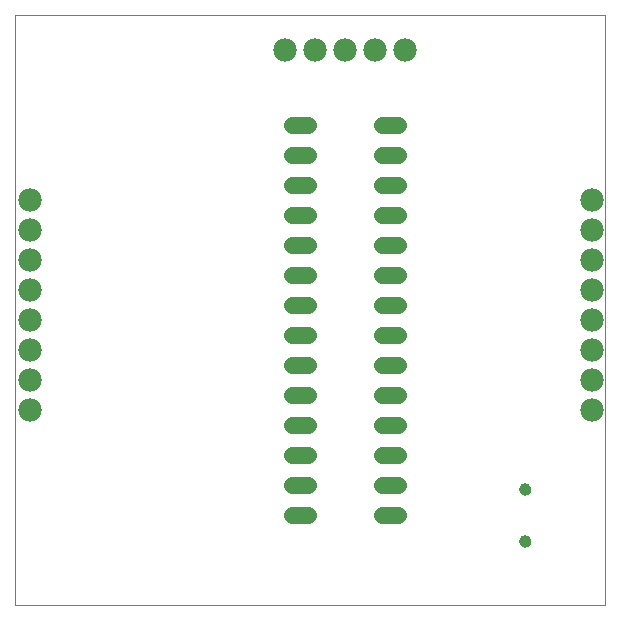
<source format=gbs>
G75*
%MOIN*%
%OFA0B0*%
%FSLAX25Y25*%
%IPPOS*%
%LPD*%
%AMOC8*
5,1,8,0,0,1.08239X$1,22.5*
%
%ADD10C,0.00000*%
%ADD11C,0.03943*%
%ADD12C,0.07800*%
%ADD13C,0.05600*%
D10*
X0003000Y0003001D02*
X0003000Y0199851D01*
X0199850Y0199851D01*
X0199850Y0003001D01*
X0003000Y0003001D01*
X0171228Y0024339D02*
X0171230Y0024423D01*
X0171236Y0024506D01*
X0171246Y0024589D01*
X0171260Y0024672D01*
X0171277Y0024754D01*
X0171299Y0024835D01*
X0171324Y0024914D01*
X0171353Y0024993D01*
X0171386Y0025070D01*
X0171422Y0025145D01*
X0171462Y0025219D01*
X0171505Y0025291D01*
X0171552Y0025360D01*
X0171602Y0025427D01*
X0171655Y0025492D01*
X0171711Y0025554D01*
X0171769Y0025614D01*
X0171831Y0025671D01*
X0171895Y0025724D01*
X0171962Y0025775D01*
X0172031Y0025822D01*
X0172102Y0025867D01*
X0172175Y0025907D01*
X0172250Y0025944D01*
X0172327Y0025978D01*
X0172405Y0026008D01*
X0172484Y0026034D01*
X0172565Y0026057D01*
X0172647Y0026075D01*
X0172729Y0026090D01*
X0172812Y0026101D01*
X0172895Y0026108D01*
X0172979Y0026111D01*
X0173063Y0026110D01*
X0173146Y0026105D01*
X0173230Y0026096D01*
X0173312Y0026083D01*
X0173394Y0026067D01*
X0173475Y0026046D01*
X0173556Y0026022D01*
X0173634Y0025994D01*
X0173712Y0025962D01*
X0173788Y0025926D01*
X0173862Y0025887D01*
X0173934Y0025845D01*
X0174004Y0025799D01*
X0174072Y0025750D01*
X0174137Y0025698D01*
X0174200Y0025643D01*
X0174260Y0025585D01*
X0174318Y0025524D01*
X0174372Y0025460D01*
X0174424Y0025394D01*
X0174472Y0025326D01*
X0174517Y0025255D01*
X0174558Y0025182D01*
X0174597Y0025108D01*
X0174631Y0025032D01*
X0174662Y0024954D01*
X0174689Y0024875D01*
X0174713Y0024794D01*
X0174732Y0024713D01*
X0174748Y0024631D01*
X0174760Y0024548D01*
X0174768Y0024464D01*
X0174772Y0024381D01*
X0174772Y0024297D01*
X0174768Y0024214D01*
X0174760Y0024130D01*
X0174748Y0024047D01*
X0174732Y0023965D01*
X0174713Y0023884D01*
X0174689Y0023803D01*
X0174662Y0023724D01*
X0174631Y0023646D01*
X0174597Y0023570D01*
X0174558Y0023496D01*
X0174517Y0023423D01*
X0174472Y0023352D01*
X0174424Y0023284D01*
X0174372Y0023218D01*
X0174318Y0023154D01*
X0174260Y0023093D01*
X0174200Y0023035D01*
X0174137Y0022980D01*
X0174072Y0022928D01*
X0174004Y0022879D01*
X0173934Y0022833D01*
X0173862Y0022791D01*
X0173788Y0022752D01*
X0173712Y0022716D01*
X0173634Y0022684D01*
X0173556Y0022656D01*
X0173475Y0022632D01*
X0173394Y0022611D01*
X0173312Y0022595D01*
X0173230Y0022582D01*
X0173146Y0022573D01*
X0173063Y0022568D01*
X0172979Y0022567D01*
X0172895Y0022570D01*
X0172812Y0022577D01*
X0172729Y0022588D01*
X0172647Y0022603D01*
X0172565Y0022621D01*
X0172484Y0022644D01*
X0172405Y0022670D01*
X0172327Y0022700D01*
X0172250Y0022734D01*
X0172175Y0022771D01*
X0172102Y0022811D01*
X0172031Y0022856D01*
X0171962Y0022903D01*
X0171895Y0022954D01*
X0171831Y0023007D01*
X0171769Y0023064D01*
X0171711Y0023124D01*
X0171655Y0023186D01*
X0171602Y0023251D01*
X0171552Y0023318D01*
X0171505Y0023387D01*
X0171462Y0023459D01*
X0171422Y0023533D01*
X0171386Y0023608D01*
X0171353Y0023685D01*
X0171324Y0023764D01*
X0171299Y0023843D01*
X0171277Y0023924D01*
X0171260Y0024006D01*
X0171246Y0024089D01*
X0171236Y0024172D01*
X0171230Y0024255D01*
X0171228Y0024339D01*
X0171228Y0041662D02*
X0171230Y0041746D01*
X0171236Y0041829D01*
X0171246Y0041912D01*
X0171260Y0041995D01*
X0171277Y0042077D01*
X0171299Y0042158D01*
X0171324Y0042237D01*
X0171353Y0042316D01*
X0171386Y0042393D01*
X0171422Y0042468D01*
X0171462Y0042542D01*
X0171505Y0042614D01*
X0171552Y0042683D01*
X0171602Y0042750D01*
X0171655Y0042815D01*
X0171711Y0042877D01*
X0171769Y0042937D01*
X0171831Y0042994D01*
X0171895Y0043047D01*
X0171962Y0043098D01*
X0172031Y0043145D01*
X0172102Y0043190D01*
X0172175Y0043230D01*
X0172250Y0043267D01*
X0172327Y0043301D01*
X0172405Y0043331D01*
X0172484Y0043357D01*
X0172565Y0043380D01*
X0172647Y0043398D01*
X0172729Y0043413D01*
X0172812Y0043424D01*
X0172895Y0043431D01*
X0172979Y0043434D01*
X0173063Y0043433D01*
X0173146Y0043428D01*
X0173230Y0043419D01*
X0173312Y0043406D01*
X0173394Y0043390D01*
X0173475Y0043369D01*
X0173556Y0043345D01*
X0173634Y0043317D01*
X0173712Y0043285D01*
X0173788Y0043249D01*
X0173862Y0043210D01*
X0173934Y0043168D01*
X0174004Y0043122D01*
X0174072Y0043073D01*
X0174137Y0043021D01*
X0174200Y0042966D01*
X0174260Y0042908D01*
X0174318Y0042847D01*
X0174372Y0042783D01*
X0174424Y0042717D01*
X0174472Y0042649D01*
X0174517Y0042578D01*
X0174558Y0042505D01*
X0174597Y0042431D01*
X0174631Y0042355D01*
X0174662Y0042277D01*
X0174689Y0042198D01*
X0174713Y0042117D01*
X0174732Y0042036D01*
X0174748Y0041954D01*
X0174760Y0041871D01*
X0174768Y0041787D01*
X0174772Y0041704D01*
X0174772Y0041620D01*
X0174768Y0041537D01*
X0174760Y0041453D01*
X0174748Y0041370D01*
X0174732Y0041288D01*
X0174713Y0041207D01*
X0174689Y0041126D01*
X0174662Y0041047D01*
X0174631Y0040969D01*
X0174597Y0040893D01*
X0174558Y0040819D01*
X0174517Y0040746D01*
X0174472Y0040675D01*
X0174424Y0040607D01*
X0174372Y0040541D01*
X0174318Y0040477D01*
X0174260Y0040416D01*
X0174200Y0040358D01*
X0174137Y0040303D01*
X0174072Y0040251D01*
X0174004Y0040202D01*
X0173934Y0040156D01*
X0173862Y0040114D01*
X0173788Y0040075D01*
X0173712Y0040039D01*
X0173634Y0040007D01*
X0173556Y0039979D01*
X0173475Y0039955D01*
X0173394Y0039934D01*
X0173312Y0039918D01*
X0173230Y0039905D01*
X0173146Y0039896D01*
X0173063Y0039891D01*
X0172979Y0039890D01*
X0172895Y0039893D01*
X0172812Y0039900D01*
X0172729Y0039911D01*
X0172647Y0039926D01*
X0172565Y0039944D01*
X0172484Y0039967D01*
X0172405Y0039993D01*
X0172327Y0040023D01*
X0172250Y0040057D01*
X0172175Y0040094D01*
X0172102Y0040134D01*
X0172031Y0040179D01*
X0171962Y0040226D01*
X0171895Y0040277D01*
X0171831Y0040330D01*
X0171769Y0040387D01*
X0171711Y0040447D01*
X0171655Y0040509D01*
X0171602Y0040574D01*
X0171552Y0040641D01*
X0171505Y0040710D01*
X0171462Y0040782D01*
X0171422Y0040856D01*
X0171386Y0040931D01*
X0171353Y0041008D01*
X0171324Y0041087D01*
X0171299Y0041166D01*
X0171277Y0041247D01*
X0171260Y0041329D01*
X0171246Y0041412D01*
X0171236Y0041495D01*
X0171230Y0041578D01*
X0171228Y0041662D01*
D11*
X0173000Y0041662D03*
X0173000Y0024339D03*
D12*
X0195500Y0068001D03*
X0195500Y0078001D03*
X0195500Y0088001D03*
X0195500Y0098001D03*
X0195500Y0108001D03*
X0195500Y0118001D03*
X0195500Y0128001D03*
X0195500Y0138001D03*
X0133000Y0188001D03*
X0123000Y0188001D03*
X0113000Y0188001D03*
X0103000Y0188001D03*
X0093000Y0188001D03*
X0008000Y0138001D03*
X0008000Y0128001D03*
X0008000Y0118001D03*
X0008000Y0108001D03*
X0008000Y0098001D03*
X0008000Y0088001D03*
X0008000Y0078001D03*
X0008000Y0068001D03*
D13*
X0095400Y0073001D02*
X0100600Y0073001D01*
X0100600Y0083001D02*
X0095400Y0083001D01*
X0095400Y0093001D02*
X0100600Y0093001D01*
X0100600Y0103001D02*
X0095400Y0103001D01*
X0095400Y0113001D02*
X0100600Y0113001D01*
X0100600Y0123001D02*
X0095400Y0123001D01*
X0095400Y0133001D02*
X0100600Y0133001D01*
X0100600Y0143001D02*
X0095400Y0143001D01*
X0095400Y0153001D02*
X0100600Y0153001D01*
X0100600Y0163001D02*
X0095400Y0163001D01*
X0125400Y0163001D02*
X0130600Y0163001D01*
X0130600Y0153001D02*
X0125400Y0153001D01*
X0125400Y0143001D02*
X0130600Y0143001D01*
X0130600Y0133001D02*
X0125400Y0133001D01*
X0125400Y0123001D02*
X0130600Y0123001D01*
X0130600Y0113001D02*
X0125400Y0113001D01*
X0125400Y0103001D02*
X0130600Y0103001D01*
X0130600Y0093001D02*
X0125400Y0093001D01*
X0125400Y0083001D02*
X0130600Y0083001D01*
X0130600Y0073001D02*
X0125400Y0073001D01*
X0125400Y0063001D02*
X0130600Y0063001D01*
X0130600Y0053001D02*
X0125400Y0053001D01*
X0125400Y0043001D02*
X0130600Y0043001D01*
X0130600Y0033001D02*
X0125400Y0033001D01*
X0100600Y0033001D02*
X0095400Y0033001D01*
X0095400Y0043001D02*
X0100600Y0043001D01*
X0100600Y0053001D02*
X0095400Y0053001D01*
X0095400Y0063001D02*
X0100600Y0063001D01*
M02*

</source>
